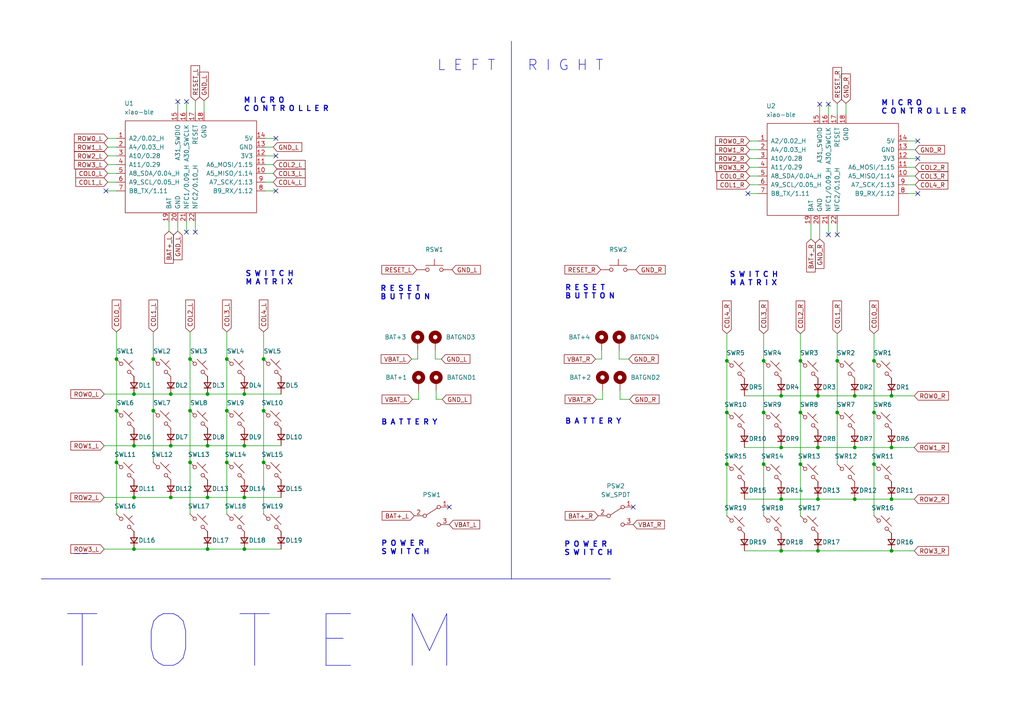
<source format=kicad_sch>
(kicad_sch (version 20231120) (generator "eeschema") (generator_version "8.0")
  (paper "A4")
  (title_block (title "TOTEM split keyboard") (date "2022-11-09") (rev "0.3") (comment 1 "made by GEIST"))
  (lib_symbols
    (symbol "Device:D_Small" (pin_numbers hide) (pin_names (offset 0.254) hide)
      (property "Reference" "D" (at -1.27 2.032 0))
      (property "Value" "D_Small" (at -3.81 -2.032 0))
      (symbol "D_Small_0_1"
        (polyline (pts (xy -0.762 -1.016) (xy -0.762 1.016)) (stroke (width 0.254)))
        (polyline (pts (xy -0.762 0) (xy 0.762 0)))
        (polyline (pts (xy 0.762 -1.016) (xy -0.762 0) (xy 0.762 1.016) (xy 0.762 -1.016)) (stroke (width 0.254)))
      )
      (symbol "D_Small_1_1"
        (pin passive line (at -2.54 0 0) (length 1.778) (name "K") (number "1"))
        (pin passive line (at 2.54 0 180) (length 1.778) (name "A") (number "2"))
      )
    )
    (symbol "Mechanical:MountingHole_Pad" (pin_numbers hide) (pin_names (offset 1.016) hide)
      (property "Reference" "H" (at 0 6.35 0))
      (property "Value" "MountingHole_Pad" (at 0 4.445 0))
      (symbol "MountingHole_Pad_0_1"
        (circle (center 0 1.27) (radius 1.27) (stroke (width 1.27)))
      )
      (symbol "MountingHole_Pad_1_1"
        (pin input line (at 0 -2.54 90) (length 2.54) (name "1") (number "1"))
      )
    )
    (symbol "Switch:SW_Omron_B3FS" (pin_numbers hide) (pin_names (offset 1.016) hide)
      (property "Reference" "SW" (at 1.27 2.54 0))
      (property "Value" "SW_Omron_B3FS" (at 0 -1.524 0))
      (symbol "SW_Omron_B3FS_0_1"
        (circle (center -2.032 0) (radius 0.508))
        (polyline (pts (xy 0 1.27) (xy 0 3.048)))
        (polyline (pts (xy 2.54 1.27) (xy -2.54 1.27)))
        (circle (center 2.032 0) (radius 0.508))
        (pin passive line (at -5.08 0 0) (length 2.54) (name "1") (number "1"))
        (pin passive line (at 5.08 0 180) (length 2.54) (name "2") (number "2"))
      )
    )
    (symbol "Switch:SW_Push_45deg" (pin_numbers hide) (pin_names (offset 1.016) hide)
      (property "Reference" "SW" (at 3.048 1.016 0))
      (property "Value" "SW_Push_45deg" (at 0 -3.81 0))
      (symbol "SW_Push_45deg_0_1"
        (circle (center -1.1684 1.1684) (radius 0.508))
        (polyline (pts (xy -0.508 2.54) (xy 2.54 -0.508)))
        (polyline (pts (xy 1.016 1.016) (xy 2.032 2.032)))
        (polyline (pts (xy -2.54 2.54) (xy -1.524 1.524) (xy -1.524 1.524)))
        (polyline (pts (xy 1.524 -1.524) (xy 2.54 -2.54) (xy 2.54 -2.54) (xy 2.54 -2.54)))
        (circle (center 1.143 -1.1938) (radius 0.508))
        (pin passive line (at -2.54 2.54 0) (length 0) (name "1") (number "1"))
        (pin passive line (at 2.54 -2.54 180) (length 0) (name "2") (number "2"))
      )
    )
    (symbol "Switch:SW_SPDT" (pin_names (offset 0) hide)
      (property "Reference" "SW" (at 0 4.318 0))
      (property "Value" "SW_SPDT" (at 0 -5.08 0))
      (symbol "SW_SPDT_0_0"
        (circle (center -2.032 0) (radius 0.508))
        (circle (center 2.032 -2.54) (radius 0.508))
      )
      (symbol "SW_SPDT_0_1"
        (polyline (pts (xy -1.524 0.254) (xy 1.651 2.286)))
        (circle (center 2.032 2.54) (radius 0.508))
      )
      (symbol "SW_SPDT_1_1"
        (pin passive line (at 5.08 2.54 180) (length 2.54) (name "A") (number "1"))
        (pin passive line (at -5.08 0 0) (length 2.54) (name "B") (number "2"))
        (pin passive line (at 5.08 -2.54 180) (length 2.54) (name "C") (number "3"))
      )
    )
    (symbol "mcu:xiao-ble" (pin_names (offset 1.016))
      (property "Reference" "U" (at -17.78 16.51 0))
      (property "Value" "xiao-ble" (at -15.24 13.97 0))
      (symbol "xiao-ble_0_1"
        (rectangle (start -19.05 12.7) (end 19.05 -13.97))
      )
      (symbol "xiao-ble_1_1"
        (pin bidirectional line (at -21.59 7.62 0) (length 2.54) (name "A2/0.02_H") (number "1"))
        (pin bidirectional line (at 21.59 -2.54 180) (length 2.54) (name "A5_MISO/1.14") (number "10"))
        (pin bidirectional line (at 21.59 0 180) (length 2.54) (name "A6_MOSI/1.15") (number "11"))
        (pin power_out line (at 21.59 2.54 180) (length 2.54) (name "3V3") (number "12"))
        (pin power_out line (at 21.59 5.08 180) (length 2.54) (name "GND") (number "13"))
        (pin power_out line (at 21.59 7.62 180) (length 2.54) (name "5V") (number "14"))
        (pin input line (at -3.81 15.24 270) (length 2.54) (name "A31_SWDIO") (number "15"))
        (pin input line (at -1.27 15.24 270) (length 2.54) (name "A30_SWCLK") (number "16"))
        (pin input line (at 1.27 15.24 270) (length 2.54) (name "RESET") (number "17"))
        (pin power_out line (at 3.81 15.24 270) (length 2.54) (name "GND") (number "18"))
        (pin bidirectional line (at -6.35 -16.51 90) (length 2.54) (name "BAT") (number "19"))
        (pin bidirectional line (at -21.59 5.08 0) (length 2.54) (name "A4/0.03_H") (number "2"))
        (pin power_out line (at -3.81 -16.51 90) (length 2.54) (name "GND") (number "20"))
        (pin bidirectional line (at -1.27 -16.51 90) (length 2.54) (name "NFC1/0.09_H") (number "21"))
        (pin bidirectional line (at 1.27 -16.51 90) (length 2.54) (name "NFC2/0.10_H") (number "22"))
        (pin bidirectional line (at -21.59 2.54 0) (length 2.54) (name "A10/0.28") (number "3"))
        (pin bidirectional line (at -21.59 0 0) (length 2.54) (name "A11/0.29") (number "4"))
        (pin bidirectional line (at -21.59 -2.54 0) (length 2.54) (name "A8_SDA/0.04_H") (number "5"))
        (pin bidirectional line (at -21.59 -5.08 0) (length 2.54) (name "A9_SCL/0.05_H") (number "6"))
        (pin bidirectional line (at -21.59 -7.62 0) (length 2.54) (name "B8_TX/1.11") (number "7"))
        (pin bidirectional line (at 21.59 -7.62 180) (length 2.54) (name "B9_RX/1.12") (number "8"))
        (pin bidirectional line (at 21.59 -5.08 180) (length 2.54) (name "A7_SCK/1.13") (number "9"))
      )
    )
  )
  (junction (at 33.782 104.14))
  (junction (at 33.782 134.112))
  (junction (at 226.568 129.794))
  (junction (at 49.53 114.3))
  (junction (at 44.45 119.126))
  (junction (at 55.118 119.126))
  (junction (at 70.866 129.286))
  (junction (at 226.568 144.78))
  (junction (at 226.568 159.766))
  (junction (at 237.236 114.808))
  (junction (at 49.53 144.272))
  (junction (at 38.862 159.258))
  (junction (at 232.156 119.634))
  (junction (at 258.572 144.78))
  (junction (at 76.454 104.14))
  (junction (at 70.866 144.272))
  (junction (at 221.488 119.634))
  (junction (at 237.236 159.766))
  (junction (at 247.904 144.78))
  (junction (at 76.454 119.126))
  (junction (at 44.45 104.14))
  (junction (at 70.866 114.3))
  (junction (at 210.82 134.62))
  (junction (at 232.156 134.62))
  (junction (at 55.118 104.14))
  (junction (at 247.904 129.794))
  (junction (at 242.824 104.648))
  (junction (at 60.198 144.272))
  (junction (at 38.862 144.272))
  (junction (at 232.156 104.648))
  (junction (at 247.904 114.808))
  (junction (at 210.82 104.648))
  (junction (at 65.786 104.14))
  (junction (at 60.198 114.3))
  (junction (at 60.198 159.258))
  (junction (at 258.572 129.794))
  (junction (at 49.53 129.286))
  (junction (at 33.782 119.126))
  (junction (at 258.572 114.808))
  (junction (at 70.866 159.258))
  (junction (at 237.236 129.794))
  (junction (at 221.488 134.62))
  (junction (at 55.118 134.112))
  (junction (at 258.572 159.766))
  (junction (at 253.492 119.634))
  (junction (at 242.824 119.634))
  (junction (at 38.862 129.286))
  (junction (at 65.786 119.126))
  (junction (at 76.454 134.112))
  (junction (at 253.492 134.62))
  (junction (at 65.786 134.112))
  (junction (at 226.568 114.808))
  (junction (at 60.198 129.286))
  (junction (at 237.236 144.78))
  (junction (at 38.862 114.3))
  (junction (at 253.492 104.648))
  (junction (at 221.488 104.648))
  (junction (at 210.82 119.634))
  (no_connect (at 266.192 56.134))
  (no_connect (at 237.744 30.226))
  (no_connect (at 240.284 30.226))
  (no_connect (at 30.734 55.372))
  (no_connect (at 80.01 55.372))
  (no_connect (at 54.102 67.31))
  (no_connect (at 56.642 67.31))
  (no_connect (at 183.642 147.066))
  (no_connect (at 54.102 29.464))
  (no_connect (at 51.562 29.464))
  (no_connect (at 266.192 45.974))
  (no_connect (at 216.916 56.134))
  (no_connect (at 266.192 40.894))
  (no_connect (at 80.01 45.212))
  (no_connect (at 80.01 40.132))
  (no_connect (at 130.302 147.066))
  (no_connect (at 242.824 68.072))
  (no_connect (at 240.284 68.072))
  (wire (pts (xy 215.9 144.78) (xy 226.568 144.78)))
  (wire (pts (xy 49.022 64.262) (xy 49.022 67.056)))
  (wire (pts (xy 217.424 40.894) (xy 219.964 40.894)))
  (wire (pts (xy 215.9 129.794) (xy 226.568 129.794)))
  (wire (pts (xy 179.578 104.14) (xy 182.372 104.14)))
  (wire (pts (xy 121.158 104.14) (xy 121.158 101.6)))
  (wire (pts (xy 119.38 104.14) (xy 121.158 104.14)))
  (wire (pts (xy 247.904 114.808) (xy 258.572 114.808)))
  (wire (pts (xy 179.832 113.284) (xy 179.832 115.824)))
  (wire (pts (xy 76.962 40.132) (xy 80.01 40.132)))
  (wire (pts (xy 253.492 96.774) (xy 253.492 104.648)))
  (wire (pts (xy 126.492 115.824) (xy 128.27 115.824)))
  (wire (pts (xy 126.492 113.284) (xy 126.492 115.824)))
  (wire (pts (xy 56.642 29.21) (xy 56.642 32.512)))
  (wire (pts (xy 65.786 104.14) (xy 65.786 119.126)))
  (wire (pts (xy 263.144 51.054) (xy 265.43 51.054)))
  (wire (pts (xy 240.284 65.024) (xy 240.284 68.072)))
  (wire (pts (xy 49.53 144.272) (xy 60.198 144.272)))
  (wire (pts (xy 210.82 96.774) (xy 210.82 104.648)))
  (wire (pts (xy 31.242 40.132) (xy 33.782 40.132)))
  (wire (pts (xy 70.866 129.286) (xy 81.534 129.286)))
  (wire (pts (xy 226.568 144.78) (xy 237.236 144.78)))
  (wire (pts (xy 210.82 134.62) (xy 210.82 149.606)))
  (wire (pts (xy 210.82 119.634) (xy 210.82 134.62)))
  (wire (pts (xy 237.236 114.808) (xy 247.904 114.808)))
  (wire (pts (xy 217.424 51.054) (xy 219.964 51.054)))
  (wire (pts (xy 65.786 119.126) (xy 65.786 134.112)))
  (wire (pts (xy 263.144 43.434) (xy 265.43 43.434)))
  (wire (pts (xy 55.118 134.112) (xy 55.118 149.098)))
  (wire (pts (xy 253.492 134.62) (xy 253.492 149.606)))
  (wire (pts (xy 38.862 129.286) (xy 49.53 129.286)))
  (wire (pts (xy 76.454 104.14) (xy 76.454 119.126)))
  (wire (pts (xy 242.824 104.648) (xy 242.824 119.634)))
  (wire (pts (xy 232.156 96.774) (xy 232.156 104.648)))
  (wire (pts (xy 126.238 104.14) (xy 128.016 104.14)))
  (wire (pts (xy 215.9 114.808) (xy 226.568 114.808)))
  (wire (pts (xy 33.782 134.112) (xy 33.782 149.098)))
  (wire (pts (xy 31.242 47.752) (xy 33.782 47.752)))
  (wire (pts (xy 54.102 29.464) (xy 54.102 32.512)))
  (wire (pts (xy 217.424 48.514) (xy 219.964 48.514)))
  (wire (pts (xy 30.226 129.286) (xy 38.862 129.286)))
  (wire (pts (xy 237.744 65.024) (xy 237.744 69.342)))
  (wire (pts (xy 76.962 52.832) (xy 79.248 52.832)))
  (wire (pts (xy 253.492 104.648) (xy 253.492 119.634)))
  (wire (pts (xy 174.498 104.14) (xy 174.498 101.6)))
  (wire (pts (xy 38.862 144.272) (xy 49.53 144.272)))
  (wire (pts (xy 51.562 29.464) (xy 51.562 32.512)))
  (polyline (pts (xy 21.59 160.528) (xy 25.4 160.528)) (stroke (width 0) (type dash)))
  (wire (pts (xy 76.962 45.212) (xy 80.01 45.212)))
  (wire (pts (xy 263.144 56.134) (xy 266.192 56.134)))
  (wire (pts (xy 263.144 40.894) (xy 266.192 40.894)))
  (wire (pts (xy 215.9 159.766) (xy 226.568 159.766)))
  (wire (pts (xy 70.866 114.3) (xy 81.534 114.3)))
  (wire (pts (xy 179.578 101.6) (xy 179.578 104.14)))
  (wire (pts (xy 258.572 129.794) (xy 265.176 129.794)))
  (wire (pts (xy 263.144 48.514) (xy 265.43 48.514)))
  (wire (pts (xy 242.824 119.634) (xy 242.824 134.62)))
  (wire (pts (xy 33.782 96.266) (xy 33.782 104.14)))
  (wire (pts (xy 76.454 96.266) (xy 76.454 104.14)))
  (wire (pts (xy 232.156 119.634) (xy 232.156 134.62)))
  (wire (pts (xy 38.862 159.258) (xy 60.198 159.258)))
  (wire (pts (xy 258.572 144.78) (xy 265.176 144.78)))
  (wire (pts (xy 31.242 45.212) (xy 33.782 45.212)))
  (wire (pts (xy 237.236 159.766) (xy 258.572 159.766)))
  (wire (pts (xy 65.786 96.266) (xy 65.786 104.14)))
  (wire (pts (xy 76.454 134.112) (xy 76.454 149.098)))
  (wire (pts (xy 119.634 115.824) (xy 121.412 115.824)))
  (wire (pts (xy 221.488 104.648) (xy 221.488 119.634)))
  (wire (pts (xy 263.144 45.974) (xy 266.192 45.974)))
  (wire (pts (xy 242.824 96.774) (xy 242.824 104.648)))
  (wire (pts (xy 242.824 65.024) (xy 242.824 68.072)))
  (wire (pts (xy 226.568 159.766) (xy 237.236 159.766)))
  (wire (pts (xy 221.488 134.62) (xy 221.488 149.606)))
  (wire (pts (xy 172.72 104.14) (xy 174.498 104.14)))
  (wire (pts (xy 126.238 101.6) (xy 126.238 104.14)))
  (wire (pts (xy 237.236 144.78) (xy 247.904 144.78)))
  (wire (pts (xy 245.364 29.972) (xy 245.364 33.274)))
  (polyline (pts (xy 148.336 11.938) (xy 148.336 167.894)) (stroke (width 0) (type solid)))
  (wire (pts (xy 121.412 115.824) (xy 121.412 113.284)))
  (wire (pts (xy 30.226 114.3) (xy 38.862 114.3)))
  (wire (pts (xy 76.454 119.126) (xy 76.454 134.112)))
  (wire (pts (xy 258.572 159.766) (xy 265.176 159.766)))
  (wire (pts (xy 59.182 29.21) (xy 59.182 32.512)))
  (wire (pts (xy 49.53 129.286) (xy 60.198 129.286)))
  (wire (pts (xy 219.964 56.134) (xy 216.916 56.134)))
  (wire (pts (xy 31.242 50.292) (xy 33.782 50.292)))
  (wire (pts (xy 258.572 114.808) (xy 265.176 114.808)))
  (polyline (pts (xy 11.938 167.894) (xy 177.038 167.894)) (stroke (width 0) (type solid)))
  (wire (pts (xy 60.198 144.272) (xy 70.866 144.272)))
  (wire (pts (xy 242.824 29.972) (xy 242.824 33.274)))
  (wire (pts (xy 172.974 115.824) (xy 174.752 115.824)))
  (wire (pts (xy 247.904 129.794) (xy 258.572 129.794)))
  (wire (pts (xy 237.744 30.226) (xy 237.744 33.274)))
  (wire (pts (xy 226.568 114.808) (xy 237.236 114.808)))
  (wire (pts (xy 56.642 64.262) (xy 56.642 67.31)))
  (wire (pts (xy 49.53 114.3) (xy 60.198 114.3)))
  (wire (pts (xy 60.198 129.286) (xy 70.866 129.286)))
  (wire (pts (xy 232.156 134.62) (xy 232.156 149.606)))
  (wire (pts (xy 263.144 53.594) (xy 265.43 53.594)))
  (wire (pts (xy 44.45 104.14) (xy 44.45 119.126)))
  (wire (pts (xy 217.424 53.594) (xy 219.964 53.594)))
  (wire (pts (xy 44.45 119.126) (xy 44.45 134.112)))
  (wire (pts (xy 237.236 129.794) (xy 247.904 129.794)))
  (wire (pts (xy 44.45 96.266) (xy 44.45 104.14)))
  (wire (pts (xy 33.782 55.372) (xy 30.734 55.372)))
  (wire (pts (xy 38.862 114.3) (xy 49.53 114.3)))
  (wire (pts (xy 55.118 119.126) (xy 55.118 134.112)))
  (wire (pts (xy 217.424 43.434) (xy 219.964 43.434)))
  (wire (pts (xy 221.488 119.634) (xy 221.488 134.62)))
  (wire (pts (xy 65.786 134.112) (xy 65.786 149.098)))
  (wire (pts (xy 76.962 47.752) (xy 79.248 47.752)))
  (wire (pts (xy 174.752 115.824) (xy 174.752 113.284)))
  (wire (pts (xy 240.284 30.226) (xy 240.284 33.274)))
  (wire (pts (xy 60.198 159.258) (xy 70.866 159.258)))
  (wire (pts (xy 210.82 104.648) (xy 210.82 119.634)))
  (wire (pts (xy 31.242 52.832) (xy 33.782 52.832)))
  (wire (pts (xy 247.904 144.78) (xy 258.572 144.78)))
  (wire (pts (xy 221.488 96.774) (xy 221.488 104.648)))
  (wire (pts (xy 30.226 144.272) (xy 38.862 144.272)))
  (wire (pts (xy 76.962 42.672) (xy 79.248 42.672)))
  (wire (pts (xy 31.242 42.672) (xy 33.782 42.672)))
  (wire (pts (xy 232.156 104.648) (xy 232.156 119.634)))
  (wire (pts (xy 70.866 159.258) (xy 81.534 159.258)))
  (wire (pts (xy 235.204 65.024) (xy 235.204 69.342)))
  (wire (pts (xy 55.118 104.14) (xy 55.118 119.126)))
  (wire (pts (xy 33.782 104.14) (xy 33.782 119.126)))
  (wire (pts (xy 54.102 64.262) (xy 54.102 67.31)))
  (wire (pts (xy 55.118 96.266) (xy 55.118 104.14)))
  (wire (pts (xy 179.832 115.824) (xy 182.626 115.824)))
  (wire (pts (xy 60.198 114.3) (xy 70.866 114.3)))
  (wire (pts (xy 76.962 50.292) (xy 79.248 50.292)))
  (wire (pts (xy 76.962 55.372) (xy 80.01 55.372)))
  (wire (pts (xy 51.562 64.262) (xy 51.562 67.056)))
  (wire (pts (xy 30.226 159.258) (xy 38.862 159.258)))
  (wire (pts (xy 33.782 119.126) (xy 33.782 134.112)))
  (wire (pts (xy 217.424 45.974) (xy 219.964 45.974)))
  (wire (pts (xy 253.492 119.634) (xy 253.492 134.62)))
  (wire (pts (xy 70.866 144.272) (xy 81.534 144.272)))
  (wire (pts (xy 226.568 129.794) (xy 237.236 129.794)))
  (text "M I C R O \nC O N T R O L L E R" (at 255.524 33.274 0) (effects (font (size 1.5 1.5) (thickness 0.3) (bold yes)) (justify left bottom)))
  (text "R E S E T \nB U T T O N" (at 110.236 87.122 0) (effects (font (size 1.5 1.5) (thickness 0.3) (bold yes)) (justify left bottom)))
  (text "S W I T C H\nM A T R I X" (at 71.12 82.804 0) (effects (font (size 1.5 1.5) (thickness 0.3) (bold yes)) (justify left bottom)))
  (text "P O W E R\nS W I T C H" (at 110.49 161.036 0) (effects (font (size 1.5 1.5) (thickness 0.3) (bold yes)) (justify left bottom)))
  (text "R E S E T \nB U T T O N" (at 163.83 86.868 0) (effects (font (size 1.5 1.5) (thickness 0.3) (bold yes)) (justify left bottom)))
  (text "T O T E M" (at 18.034 195.072 0) (effects (font (size 15 15)) (justify left bottom)))
  (text "S W I T C H\nM A T R I X" (at 211.582 83.058 0) (effects (font (size 1.5 1.5) (thickness 0.3) (bold yes)) (justify left bottom)))
  (text "B A T T E R Y" (at 110.49 123.444 0) (effects (font (size 1.5 1.5) (thickness 0.3) (bold yes)) (justify left bottom)))
  (text "P O W E R\nS W I T C H" (at 163.576 161.29 0) (effects (font (size 1.5 1.5) (thickness 0.3) (bold yes)) (justify left bottom)))
  (text "R I G H T" (at 152.908 20.828 0) (effects (font (size 3 3)) (justify left bottom)))
  (text "B A T T E R Y" (at 163.83 123.19 0) (effects (font (size 1.5 1.5) (thickness 0.3) (bold yes)) (justify left bottom)))
  (text "L E F T" (at 143.764 20.828 0) (effects (font (size 3 3)) (justify right bottom)))
  (text "M I C R O \nC O N T R O L L E R" (at 70.612 32.512 0) (effects (font (size 1.5 1.5) (thickness 0.3) (bold yes)) (justify left bottom)))
  (global_label "GND_L" (shape input) (at 131.064 78.232 0) (property "Intersheetrefs" "${INTERSHEET_REFS}" (effects (hide yes))))
  (global_label "ROW3_R" (shape input) (at 265.176 159.766 0) (property "Intersheetrefs" "${INTERSHEET_REFS}" (effects (hide yes))))
  (global_label "GND_R" (shape input) (at 265.43 43.434 0) (property "Intersheetrefs" "${INTERSHEET_REFS}" (effects (hide yes))))
  (global_label "COL3_L" (shape input) (at 65.786 96.266 90) (property "Intersheetrefs" "${INTERSHEET_REFS}" (effects (hide yes))))
  (global_label "COL4_L" (shape input) (at 76.454 96.266 90) (property "Intersheetrefs" "${INTERSHEET_REFS}" (effects (hide yes))))
  (global_label "ROW0_R" (shape input) (at 265.176 114.808 0) (property "Intersheetrefs" "${INTERSHEET_REFS}" (effects (hide yes))))
  (global_label "GND_L" (shape input) (at 128.016 104.14 0) (property "Intersheetrefs" "${INTERSHEET_REFS}" (effects (hide yes))))
  (global_label "COL1_L" (shape input) (at 44.45 96.266 90) (property "Intersheetrefs" "${INTERSHEET_REFS}" (effects (hide yes))))
  (global_label "GND_L" (shape input) (at 59.182 29.21 90) (property "Intersheetrefs" "${INTERSHEET_REFS}" (effects (hide yes))))
  (global_label "COL2_R" (shape input) (at 232.156 96.774 90) (property "Intersheetrefs" "${INTERSHEET_REFS}" (effects (hide yes))))
  (global_label "GND_L" (shape input) (at 79.248 42.672 0) (property "Intersheetrefs" "${INTERSHEET_REFS}" (effects (hide yes))))
  (global_label "BAT+_L" (shape input) (at 120.142 149.606 180) (property "Intersheetrefs" "${INTERSHEET_REFS}" (effects (hide yes))))
  (global_label "ROW0_R" (shape input) (at 217.424 40.894 180) (property "Intersheetrefs" "${INTERSHEET_REFS}" (effects (hide yes))))
  (global_label "COL0_R" (shape input) (at 217.424 51.054 180) (property "Intersheetrefs" "${INTERSHEET_REFS}" (effects (hide yes))))
  (global_label "COL4_R" (shape input) (at 265.43 53.594 0) (property "Intersheetrefs" "${INTERSHEET_REFS}" (effects (hide yes))))
  (global_label "RESET_R" (shape input) (at 242.824 29.972 90) (property "Intersheetrefs" "${INTERSHEET_REFS}" (effects (hide yes))))
  (global_label "RESET_R" (shape input) (at 174.244 78.232 180) (property "Intersheetrefs" "${INTERSHEET_REFS}" (effects (hide yes))))
  (global_label "ROW3_L" (shape input) (at 30.226 159.258 180) (property "Intersheetrefs" "${INTERSHEET_REFS}" (effects (hide yes))))
  (global_label "VBAT_R" (shape input) (at 183.642 152.146 0) (property "Intersheetrefs" "${INTERSHEET_REFS}" (effects (hide yes))))
  (global_label "GND_L" (shape input) (at 51.562 67.056 270) (property "Intersheetrefs" "${INTERSHEET_REFS}" (effects (hide yes))))
  (global_label "RESET_L" (shape input) (at 120.904 78.232 180) (property "Intersheetrefs" "${INTERSHEET_REFS}" (effects (hide yes))))
  (global_label "VBAT_R" (shape input) (at 172.974 115.824 180) (property "Intersheetrefs" "${INTERSHEET_REFS}" (effects (hide yes))))
  (global_label "BAT+_L" (shape input) (at 49.022 67.056 270) (property "Intersheetrefs" "${INTERSHEET_REFS}" (effects (hide yes))))
  (global_label "COL1_R" (shape input) (at 217.424 53.594 180) (property "Intersheetrefs" "${INTERSHEET_REFS}" (effects (hide yes))))
  (global_label "ROW3_R" (shape input) (at 217.424 48.514 180) (property "Intersheetrefs" "${INTERSHEET_REFS}" (effects (hide yes))))
  (global_label "BAT+_R" (shape input) (at 173.482 149.606 180) (property "Intersheetrefs" "${INTERSHEET_REFS}" (effects (hide yes))))
  (global_label "ROW0_L" (shape input) (at 30.226 114.3 180) (property "Intersheetrefs" "${INTERSHEET_REFS}" (effects (hide yes))))
  (global_label "GND_L" (shape input) (at 128.27 115.824 0) (property "Intersheetrefs" "${INTERSHEET_REFS}" (effects (hide yes))))
  (global_label "VBAT_L" (shape input) (at 119.634 115.824 180) (property "Intersheetrefs" "${INTERSHEET_REFS}" (effects (hide yes))))
  (global_label "ROW1_R" (shape input) (at 265.176 129.794 0) (property "Intersheetrefs" "${INTERSHEET_REFS}" (effects (hide yes))))
  (global_label "BAT+_R" (shape input) (at 235.204 69.342 270) (property "Intersheetrefs" "${INTERSHEET_REFS}" (effects (hide yes))))
  (global_label "GND_R" (shape input) (at 182.626 115.824 0) (property "Intersheetrefs" "${INTERSHEET_REFS}" (effects (hide yes))))
  (global_label "GND_R" (shape input) (at 184.404 78.232 0) (property "Intersheetrefs" "${INTERSHEET_REFS}" (effects (hide yes))))
  (global_label "COL0_L" (shape input) (at 33.782 96.266 90) (property "Intersheetrefs" "${INTERSHEET_REFS}" (effects (hide yes))))
  (global_label "GND_R" (shape input) (at 182.372 104.14 0) (property "Intersheetrefs" "${INTERSHEET_REFS}" (effects (hide yes))))
  (global_label "ROW3_L" (shape input) (at 31.242 47.752 180) (property "Intersheetrefs" "${INTERSHEET_REFS}" (effects (hide yes))))
  (global_label "COL3_R" (shape input) (at 265.43 51.054 0) (property "Intersheetrefs" "${INTERSHEET_REFS}" (effects (hide yes))))
  (global_label "VBAT_R" (shape input) (at 172.72 104.14 180) (property "Intersheetrefs" "${INTERSHEET_REFS}" (effects (hide yes))))
  (global_label "COL4_R" (shape input) (at 210.82 96.774 90) (property "Intersheetrefs" "${INTERSHEET_REFS}" (effects (hide yes))))
  (global_label "RESET_L" (shape input) (at 56.642 29.21 90) (property "Intersheetrefs" "${INTERSHEET_REFS}" (effects (hide yes))))
  (global_label "COL3_R" (shape input) (at 221.488 96.774 90) (property "Intersheetrefs" "${INTERSHEET_REFS}" (effects (hide yes))))
  (global_label "ROW1_L" (shape input) (at 30.226 129.286 180) (property "Intersheetrefs" "${INTERSHEET_REFS}" (effects (hide yes))))
  (global_label "ROW2_L" (shape input) (at 31.242 45.212 180) (property "Intersheetrefs" "${INTERSHEET_REFS}" (effects (hide yes))))
  (global_label "GND_R" (shape input) (at 237.744 69.342 270) (property "Intersheetrefs" "${INTERSHEET_REFS}" (effects (hide yes))))
  (global_label "COL2_R" (shape input) (at 265.43 48.514 0) (property "Intersheetrefs" "${INTERSHEET_REFS}" (effects (hide yes))))
  (global_label "GND_R" (shape input) (at 245.364 29.972 90) (property "Intersheetrefs" "${INTERSHEET_REFS}" (effects (hide yes))))
  (global_label "VBAT_L" (shape input) (at 119.38 104.14 180) (property "Intersheetrefs" "${INTERSHEET_REFS}" (effects (hide yes))))
  (global_label "VBAT_L" (shape input) (at 130.302 152.146 0) (property "Intersheetrefs" "${INTERSHEET_REFS}" (effects (hide yes))))
  (global_label "ROW1_L" (shape input) (at 31.242 42.672 180) (property "Intersheetrefs" "${INTERSHEET_REFS}" (effects (hide yes))))
  (global_label "COL1_R" (shape input) (at 242.824 96.774 90) (property "Intersheetrefs" "${INTERSHEET_REFS}" (effects (hide yes))))
  (global_label "COL0_L" (shape input) (at 31.242 50.292 180) (property "Intersheetrefs" "${INTERSHEET_REFS}" (effects (hide yes))))
  (global_label "COL2_L" (shape input) (at 79.248 47.752 0) (property "Intersheetrefs" "${INTERSHEET_REFS}" (effects (hide yes))))
  (global_label "ROW1_R" (shape input) (at 217.424 43.434 180) (property "Intersheetrefs" "${INTERSHEET_REFS}" (effects (hide yes))))
  (global_label "ROW2_R" (shape input) (at 265.176 144.78 0) (property "Intersheetrefs" "${INTERSHEET_REFS}" (effects (hide yes))))
  (global_label "COL0_R" (shape input) (at 253.492 96.774 90) (property "Intersheetrefs" "${INTERSHEET_REFS}" (effects (hide yes))))
  (global_label "COL3_L" (shape input) (at 79.248 50.292 0) (property "Intersheetrefs" "${INTERSHEET_REFS}" (effects (hide yes))))
  (global_label "COL2_L" (shape input) (at 55.118 96.266 90) (property "Intersheetrefs" "${INTERSHEET_REFS}" (effects (hide yes))))
  (global_label "ROW2_L" (shape input) (at 30.226 144.272 180) (property "Intersheetrefs" "${INTERSHEET_REFS}" (effects (hide yes))))
  (global_label "COL4_L" (shape input) (at 79.248 52.832 0) (property "Intersheetrefs" "${INTERSHEET_REFS}" (effects (hide yes))))
  (global_label "ROW0_L" (shape input) (at 31.242 40.132 180) (property "Intersheetrefs" "${INTERSHEET_REFS}" (effects (hide yes))))
  (global_label "COL1_L" (shape input) (at 31.242 52.832 180) (property "Intersheetrefs" "${INTERSHEET_REFS}" (effects (hide yes))))
  (global_label "ROW2_R" (shape input) (at 217.424 45.974 180) (property "Intersheetrefs" "${INTERSHEET_REFS}" (effects (hide yes))))
  (symbol (lib_id "Device:D_Small") (at 81.534 156.718 90) (unit 1)
    (property "Reference" "DL19" (at 82.804 156.718 90) (effects (justify right)))
    (property "Value" "D_Small" (effects (hide yes)))
    (property "Footprint" "TOTEMlib:Diode_SOD123" (effects (hide yes)))
  )
  (symbol (lib_id "Switch:SW_Push_45deg") (at 245.364 107.188 0) (unit 1)
    (property "Reference" "SWR2" (at 245.364 102.362 0))
    (property "Value" "SW_Push_45deg" (effects (hide yes)))
    (property "Footprint" "TOTEMlib:Kailh_socket_PG1350_optional" (effects (hide yes)))
  )
  (symbol (lib_id "Switch:SW_Push_45deg") (at 57.658 151.638 0) (unit 1)
    (property "Reference" "SWL17" (at 57.658 146.812 0))
    (property "Value" "SW_Push_45deg" (effects (hide yes)))
    (property "Footprint" "TOTEMlib:Kailh_socket_PG1350_optional" (effects (hide yes)))
  )
  (symbol (lib_id "Switch:SW_Push_45deg") (at 36.322 151.638 0) (unit 1)
    (property "Reference" "SWL16" (at 36.322 146.812 0))
    (property "Value" "SW_Push_45deg" (effects (hide yes)))
    (property "Footprint" "TOTEMlib:Kailh_socket_PG1350_optional" (effects (hide yes)))
  )
  (symbol (lib_id "Switch:SW_Push_45deg") (at 256.032 152.146 0) (unit 1)
    (property "Reference" "SWR16" (at 256.032 147.32 0))
    (property "Value" "SW_Push_45deg" (effects (hide yes)))
    (property "Footprint" "TOTEMlib:Kailh_socket_PG1350_optional" (effects (hide yes)))
  )
  (symbol (lib_id "Switch:SW_SPDT") (at 125.222 149.606 0) (unit 1)
    (property "Reference" "PSW1" (at 125.222 143.51 0))
    (property "Value" "SW_SPDT" (effects (hide yes)))
    (property "Footprint" "TOTEMlib:MSK12C02" (effects (hide yes)))
  )
  (symbol (lib_id "Switch:SW_Push_45deg") (at 68.326 106.68 0) (unit 1)
    (property "Reference" "SWL4" (at 68.326 101.854 0))
    (property "Value" "SW_Push_45deg" (effects (hide yes)))
    (property "Footprint" "TOTEMlib:Kailh_socket_PG1350_optional" (effects (hide yes)))
  )
  (symbol (lib_id "Device:D_Small") (at 258.572 127.254 90) (unit 1)
    (property "Reference" "DR6" (at 259.842 127.254 90) (effects (justify right)))
    (property "Value" "D_Small" (effects (hide yes)))
    (property "Footprint" "TOTEMlib:Diode_SOD123" (effects (hide yes)))
  )
  (symbol (lib_id "Mechanical:MountingHole_Pad") (at 121.412 110.744 0) (unit 1)
    (property "Reference" "BAT+1" (at 118.11 109.474 0) (effects (justify right)))
    (property "Value" "+" (effects (hide yes)))
    (property "Footprint" "TOTEMlib:BatteryPad" (effects (hide yes)))
  )
  (symbol (lib_id "Switch:SW_Push_45deg") (at 234.696 107.188 0) (unit 1)
    (property "Reference" "SWR3" (at 234.696 102.362 0))
    (property "Value" "SW_Push_45deg" (effects (hide yes)))
    (property "Footprint" "TOTEMlib:Kailh_socket_PG1350_optional" (effects (hide yes)))
  )
  (symbol (lib_id "Switch:SW_Push_45deg") (at 57.658 106.68 0) (unit 1)
    (property "Reference" "SWL3" (at 57.658 101.854 0))
    (property "Value" "SW_Push_45deg" (effects (hide yes)))
    (property "Footprint" "TOTEMlib:Kailh_socket_PG1350_optional" (effects (hide yes)))
  )
  (symbol (lib_id "Switch:SW_SPDT") (at 178.562 149.606 0) (unit 1)
    (property "Reference" "PSW2" (at 178.562 140.97 0))
    (property "Value" "SW_SPDT" (at 178.562 143.51 0))
    (property "Footprint" "TOTEMlib:MSK12C02" (effects (hide yes)))
  )
  (symbol (lib_id "Mechanical:MountingHole_Pad") (at 126.492 110.744 0) (unit 1)
    (property "Reference" "BATGND1" (at 129.54 109.474 0) (effects (justify left)))
    (property "Value" "-" (effects (hide yes)))
    (property "Footprint" "TOTEMlib:BatteryPad" (effects (hide yes)))
  )
  (symbol (lib_id "Device:D_Small") (at 215.9 112.268 90) (unit 1)
    (property "Reference" "DR5" (at 217.17 112.268 90) (effects (justify right)))
    (property "Value" "D_Small" (effects (hide yes)))
    (property "Footprint" "TOTEMlib:Diode_SOD123" (effects (hide yes)))
  )
  (symbol (lib_id "Switch:SW_Push_45deg") (at 213.36 122.174 0) (unit 1)
    (property "Reference" "SWR10" (at 213.36 117.348 0))
    (property "Value" "SW_Push_45deg" (effects (hide yes)))
    (property "Footprint" "TOTEMlib:Kailh_socket_PG1350_optional" (effects (hide yes)))
  )
  (symbol (lib_id "Switch:SW_Omron_B3FS") (at 125.984 78.232 0) (unit 1)
    (property "Reference" "RSW1" (at 125.984 72.39 0))
    (property "Value" "SW_Push" (effects (hide yes)))
    (property "Footprint" "Button_Switch_THT:SW_PUSH_6mm_H5mm" (effects (hide yes)))
    (property "Datasheet" "https://omronfs.omron.com/en_US/ecb/products/pdf/en-b3fs.pdf" (effects (hide yes)))
    (property "Description" "Omron B3FS 6x6mm single pole normally-open tactile switch" (effects (hide yes)))
  )
  (symbol (lib_id "Switch:SW_Push_45deg") (at 245.364 137.16 0) (unit 1)
    (property "Reference" "SWR12" (at 245.364 132.334 0))
    (property "Value" "SW_Push_45deg" (effects (hide yes)))
    (property "Footprint" "TOTEMlib:Kailh_socket_PG1350_optional" (effects (hide yes)))
  )
  (symbol (lib_id "Switch:SW_Push_45deg") (at 234.696 122.174 0) (unit 1)
    (property "Reference" "SWR8" (at 234.696 117.348 0))
    (property "Value" "SW_Push_45deg" (effects (hide yes)))
    (property "Footprint" "TOTEMlib:Kailh_socket_PG1350_optional" (effects (hide yes)))
  )
  (symbol (lib_id "Switch:SW_Push_45deg") (at 46.99 121.666 0) (unit 1)
    (property "Reference" "SWL7" (at 46.99 116.84 0))
    (property "Value" "SW_Push_45deg" (effects (hide yes)))
    (property "Footprint" "TOTEMlib:Kailh_socket_PG1350_optional" (effects (hide yes)))
  )
  (symbol (lib_id "mcu:xiao-ble") (at 55.372 47.752 0) (unit 1)
    (property "Reference" "U1" (at 36.068 29.972 0) (effects (justify left)))
    (property "Value" "xiao-ble" (at 36.068 32.512 0) (effects (justify left)))
    (property "Footprint" "TOTEMlib:xiao-ble-smd-cutout" (effects (hide yes)))
  )
  (symbol (lib_id "Device:D_Small") (at 226.568 142.24 90) (unit 1)
    (property "Reference" "DR14" (at 227.838 142.24 90) (effects (justify right)))
    (property "Value" "D_Small" (effects (hide yes)))
    (property "Footprint" "TOTEMlib:Diode_SOD123" (effects (hide yes)))
  )
  (symbol (lib_id "Switch:SW_Push_45deg") (at 234.696 137.16 0) (unit 1)
    (property "Reference" "SWR13" (at 234.696 132.334 0))
    (property "Value" "SW_Push_45deg" (effects (hide yes)))
    (property "Footprint" "TOTEMlib:Kailh_socket_PG1350_optional" (effects (hide yes)))
  )
  (symbol (lib_id "Device:D_Small") (at 38.862 111.76 90) (unit 1)
    (property "Reference" "DL1" (at 40.132 111.76 90) (effects (justify right)))
    (property "Value" "D_Small" (effects (hide yes)))
    (property "Footprint" "TOTEMlib:Diode_SOD123" (effects (hide yes)))
  )
  (symbol (lib_id "Device:D_Small") (at 258.572 157.226 90) (unit 1)
    (property "Reference" "DR16" (at 259.842 157.226 90) (effects (justify right)))
    (property "Value" "D_Small" (effects (hide yes)))
    (property "Footprint" "TOTEMlib:Diode_SOD123" (effects (hide yes)))
  )
  (symbol (lib_id "Mechanical:MountingHole_Pad") (at 126.238 99.06 0) (unit 1)
    (property "Reference" "BATGND3" (at 129.286 97.79 0) (effects (justify left)))
    (property "Value" "-" (effects (hide yes)))
    (property "Footprint" "TOTEMlib:BatteryPad" (effects (hide yes)))
  )
  (symbol (lib_id "Switch:SW_Push_45deg") (at 213.36 107.188 0) (unit 1)
    (property "Reference" "SWR5" (at 213.36 102.362 0))
    (property "Value" "SW_Push_45deg" (effects (hide yes)))
    (property "Footprint" "TOTEMlib:Kailh_socket_PG1350_optional" (effects (hide yes)))
  )
  (symbol (lib_id "Device:D_Small") (at 49.53 111.76 90) (unit 1)
    (property "Reference" "DL2" (at 50.8 111.76 90) (effects (justify right)))
    (property "Value" "D_Small" (effects (hide yes)))
    (property "Footprint" "TOTEMlib:Diode_SOD123" (effects (hide yes)))
  )
  (symbol (lib_id "Switch:SW_Push_45deg") (at 57.658 121.666 0) (unit 1)
    (property "Reference" "SWL8" (at 57.658 116.84 0))
    (property "Value" "SW_Push_45deg" (effects (hide yes)))
    (property "Footprint" "TOTEMlib:Kailh_socket_PG1350_optional" (effects (hide yes)))
  )
  (symbol (lib_id "Switch:SW_Push_45deg") (at 68.326 136.652 0) (unit 1)
    (property "Reference" "SWL14" (at 68.326 131.826 0))
    (property "Value" "SW_Push_45deg" (effects (hide yes)))
    (property "Footprint" "TOTEMlib:Kailh_socket_PG1350_optional" (effects (hide yes)))
  )
  (symbol (lib_id "Device:D_Small") (at 70.866 141.732 90) (unit 1)
    (property "Reference" "DL14" (at 72.136 141.732 90) (effects (justify right)))
    (property "Value" "D_Small" (effects (hide yes)))
    (property "Footprint" "TOTEMlib:Diode_SOD123" (effects (hide yes)))
  )
  (symbol (lib_id "Device:D_Small") (at 215.9 142.24 90) (unit 1)
    (property "Reference" "DR15" (at 217.17 142.24 90) (effects (justify right)))
    (property "Value" "D_Small" (effects (hide yes)))
    (property "Footprint" "TOTEMlib:Diode_SOD123" (effects (hide yes)))
  )
  (symbol (lib_id "Switch:SW_Push_45deg") (at 78.994 151.638 0) (unit 1)
    (property "Reference" "SWL19" (at 78.994 146.812 0))
    (property "Value" "SW_Push_45deg" (effects (hide yes)))
    (property "Footprint" "TOTEMlib:Kailh_socket_PG1350_optional" (effects (hide yes)))
  )
  (symbol (lib_id "Switch:SW_Push_45deg") (at 213.36 152.146 0) (unit 1)
    (property "Reference" "SWR19" (at 213.36 147.32 0))
    (property "Value" "SW_Push_45deg" (effects (hide yes)))
    (property "Footprint" "TOTEMlib:Kailh_socket_PG1350_optional" (effects (hide yes)))
  )
  (symbol (lib_id "Switch:SW_Push_45deg") (at 234.696 152.146 0) (unit 1)
    (property "Reference" "SWR17" (at 234.696 147.32 0))
    (property "Value" "SW_Push_45deg" (effects (hide yes)))
    (property "Footprint" "TOTEMlib:Kailh_socket_PG1350_optional" (effects (hide yes)))
  )
  (symbol (lib_id "Mechanical:MountingHole_Pad") (at 179.578 99.06 0) (unit 1)
    (property "Reference" "BATGND4" (at 182.626 97.79 0) (effects (justify left)))
    (property "Value" "-" (effects (hide yes)))
    (property "Footprint" "TOTEMlib:BatteryPad" (effects (hide yes)))
  )
  (symbol (lib_id "Switch:SW_Push_45deg") (at 245.364 122.174 0) (unit 1)
    (property "Reference" "SWR7" (at 245.364 117.348 0))
    (property "Value" "SW_Push_45deg" (effects (hide yes)))
    (property "Footprint" "TOTEMlib:Kailh_socket_PG1350_optional" (effects (hide yes)))
  )
  (symbol (lib_id "Switch:SW_Push_45deg") (at 36.322 106.68 0) (unit 1)
    (property "Reference" "SWL1" (at 36.322 101.854 0))
    (property "Value" "SW_Push_45deg" (effects (hide yes)))
    (property "Footprint" "TOTEMlib:Kailh_socket_PG1350_optional" (effects (hide yes)))
  )
  (symbol (lib_id "Device:D_Small") (at 81.534 111.76 90) (unit 1)
    (property "Reference" "DL5" (at 82.804 111.76 90) (effects (justify right)))
    (property "Value" "D_Small" (effects (hide yes)))
    (property "Footprint" "TOTEMlib:Diode_SOD123" (effects (hide yes)))
  )
  (symbol (lib_id "Device:D_Small") (at 226.568 112.268 90) (unit 1)
    (property "Reference" "DR4" (at 227.838 112.268 90) (effects (justify right)))
    (property "Value" "D_Small" (effects (hide yes)))
    (property "Footprint" "TOTEMlib:Diode_SOD123" (effects (hide yes)))
  )
  (symbol (lib_id "Device:D_Small") (at 237.236 142.24 90) (unit 1)
    (property "Reference" "DR13" (at 238.506 142.24 90) (effects (justify right)))
    (property "Value" "D_Small" (effects (hide yes)))
    (property "Footprint" "TOTEMlib:Diode_SOD123" (effects (hide yes)))
  )
  (symbol (lib_id "Mechanical:MountingHole_Pad") (at 179.832 110.744 0) (unit 1)
    (property "Reference" "BATGND2" (at 182.88 109.474 0) (effects (justify left)))
    (property "Value" "-" (effects (hide yes)))
    (property "Footprint" "TOTEMlib:BatteryPad" (effects (hide yes)))
  )
  (symbol (lib_id "Mechanical:MountingHole_Pad") (at 121.158 99.06 0) (unit 1)
    (property "Reference" "BAT+3" (at 117.856 97.79 0) (effects (justify right)))
    (property "Value" "+" (effects (hide yes)))
    (property "Footprint" "TOTEMlib:BatteryPad" (effects (hide yes)))
  )
  (symbol (lib_id "Switch:SW_Push_45deg") (at 68.326 121.666 0) (unit 1)
    (property "Reference" "SWL9" (at 68.326 116.84 0))
    (property "Value" "SW_Push_45deg" (effects (hide yes)))
    (property "Footprint" "TOTEMlib:Kailh_socket_PG1350_optional" (effects (hide yes)))
  )
  (symbol (lib_id "Switch:SW_Push_45deg") (at 78.994 106.68 0) (unit 1)
    (property "Reference" "SWL5" (at 78.994 101.854 0))
    (property "Value" "SW_Push_45deg" (effects (hide yes)))
    (property "Footprint" "TOTEMlib:Kailh_socket_PG1350_optional" (effects (hide yes)))
  )
  (symbol (lib_id "Switch:SW_Push_45deg") (at 224.028 137.16 0) (unit 1)
    (property "Reference" "SWR14" (at 224.028 132.334 0))
    (property "Value" "SW_Push_45deg" (effects (hide yes)))
    (property "Footprint" "TOTEMlib:Kailh_socket_PG1350_optional" (effects (hide yes)))
  )
  (symbol (lib_id "Device:D_Small") (at 81.534 126.746 90) (unit 1)
    (property "Reference" "DL10" (at 82.804 126.746 90) (effects (justify right)))
    (property "Value" "D_Small" (effects (hide yes)))
    (property "Footprint" "TOTEMlib:Diode_SOD123" (effects (hide yes)))
  )
  (symbol (lib_id "Device:D_Small") (at 70.866 156.718 90) (unit 1)
    (property "Reference" "DL18" (at 72.136 156.718 90) (effects (justify right)))
    (property "Value" "D_Small" (effects (hide yes)))
    (property "Footprint" "TOTEMlib:Diode_SOD123" (effects (hide yes)))
  )
  (symbol (lib_id "Device:D_Small") (at 49.53 126.746 90) (unit 1)
    (property "Reference" "DL7" (at 50.8 126.746 90) (effects (justify right)))
    (property "Value" "D_Small" (effects (hide yes)))
    (property "Footprint" "TOTEMlib:Diode_SOD123" (effects (hide yes)))
  )
  (symbol (lib_id "Device:D_Small") (at 60.198 111.76 90) (unit 1)
    (property "Reference" "DL3" (at 61.468 111.76 90) (effects (justify right)))
    (property "Value" "D_Small" (effects (hide yes)))
    (property "Footprint" "TOTEMlib:Diode_SOD123" (effects (hide yes)))
  )
  (symbol (lib_id "Switch:SW_Push_45deg") (at 46.99 106.68 0) (unit 1)
    (property "Reference" "SWL2" (at 46.99 101.854 0))
    (property "Value" "SW_Push_45deg" (effects (hide yes)))
    (property "Footprint" "TOTEMlib:Kailh_socket_PG1350_optional" (effects (hide yes)))
  )
  (symbol (lib_id "Switch:SW_Push_45deg") (at 78.994 136.652 0) (unit 1)
    (property "Reference" "SWL15" (at 78.994 131.826 0))
    (property "Value" "SW_Push_45deg" (effects (hide yes)))
    (property "Footprint" "TOTEMlib:Kailh_socket_PG1350_optional" (effects (hide yes)))
  )
  (symbol (lib_id "Switch:SW_Push_45deg") (at 78.994 121.666 0) (unit 1)
    (property "Reference" "SWL10" (at 78.994 116.84 0))
    (property "Value" "SW_Push_45deg" (effects (hide yes)))
    (property "Footprint" "TOTEMlib:Kailh_socket_PG1350_optional" (effects (hide yes)))
  )
  (symbol (lib_id "Device:D_Small") (at 237.236 157.226 90) (unit 1)
    (property "Reference" "DR17" (at 238.506 157.226 90) (effects (justify right)))
    (property "Value" "D_Small" (effects (hide yes)))
    (property "Footprint" "TOTEMlib:Diode_SOD123" (effects (hide yes)))
  )
  (symbol (lib_id "Device:D_Small") (at 237.236 112.268 90) (unit 1)
    (property "Reference" "DR3" (at 238.506 112.268 90) (effects (justify right)))
    (property "Value" "D_Small" (effects (hide yes)))
    (property "Footprint" "TOTEMlib:Diode_SOD123" (effects (hide yes)))
  )
  (symbol (lib_id "Switch:SW_Push_45deg") (at 213.36 137.16 0) (unit 1)
    (property "Reference" "SWR15" (at 213.36 132.334 0))
    (property "Value" "SW_Push_45deg" (effects (hide yes)))
    (property "Footprint" "TOTEMlib:Kailh_socket_PG1350_optional" (effects (hide yes)))
  )
  (symbol (lib_id "Switch:SW_Push_45deg") (at 57.658 136.652 0) (unit 1)
    (property "Reference" "SWL13" (at 57.658 131.826 0))
    (property "Value" "SW_Push_45deg" (effects (hide yes)))
    (property "Footprint" "TOTEMlib:Kailh_socket_PG1350_optional" (effects (hide yes)))
  )
  (symbol (lib_id "Device:D_Small") (at 38.862 156.718 90) (unit 1)
    (property "Reference" "DL16" (at 40.132 156.718 90) (effects (justify right)))
    (property "Value" "D_Small" (effects (hide yes)))
    (property "Footprint" "TOTEMlib:Diode_SOD123" (effects (hide yes)))
  )
  (symbol (lib_id "Device:D_Small") (at 226.568 127.254 90) (unit 1)
    (property "Reference" "DR9" (at 227.838 127.254 90) (effects (justify right)))
    (property "Value" "D_Small" (effects (hide yes)))
    (property "Footprint" "TOTEMlib:Diode_SOD123" (effects (hide yes)))
  )
  (symbol (lib_id "Mechanical:MountingHole_Pad") (at 174.752 110.744 0) (unit 1)
    (property "Reference" "BAT+2" (at 171.45 109.474 0) (effects (justify right)))
    (property "Value" "+" (effects (hide yes)))
    (property "Footprint" "TOTEMlib:BatteryPad" (effects (hide yes)))
  )
  (symbol (lib_id "Device:D_Small") (at 81.534 141.732 90) (unit 1)
    (property "Reference" "DL15" (at 82.804 141.732 90) (effects (justify right)))
    (property "Value" "D_Small" (effects (hide yes)))
    (property "Footprint" "TOTEMlib:Diode_SOD123" (effects (hide yes)))
  )
  (symbol (lib_id "Device:D_Small") (at 258.572 142.24 90) (unit 1)
    (property "Reference" "DR11" (at 259.842 142.24 90) (effects (justify right)))
    (property "Value" "D_Small" (effects (hide yes)))
    (property "Footprint" "TOTEMlib:Diode_SOD123" (effects (hide yes)))
  )
  (symbol (lib_id "Switch:SW_Omron_B3FS") (at 179.324 78.232 0) (unit 1)
    (property "Reference" "RSW2" (at 179.324 72.39 0))
    (property "Value" "SW_Push" (effects (hide yes)))
    (property "Footprint" "Button_Switch_THT:SW_PUSH_6mm_H5mm" (effects (hide yes)))
    (property "Datasheet" "https://omronfs.omron.com/en_US/ecb/products/pdf/en-b3fs.pdf" (effects (hide yes)))
    (property "Description" "Omron B3FS 6x6mm single pole normally-open tactile switch" (effects (hide yes)))
  )
  (symbol (lib_id "Mechanical:MountingHole_Pad") (at 174.498 99.06 0) (unit 1)
    (property "Reference" "BAT+4" (at 171.196 97.79 0) (effects (justify right)))
    (property "Value" "+" (effects (hide yes)))
    (property "Footprint" "TOTEMlib:BatteryPad" (effects (hide yes)))
  )
  (symbol (lib_id "Switch:SW_Push_45deg") (at 256.032 107.188 0) (unit 1)
    (property "Reference" "SWR1" (at 256.032 102.362 0))
    (property "Value" "SW_Push_45deg" (effects (hide yes)))
    (property "Footprint" "TOTEMlib:Kailh_socket_PG1350_optional" (effects (hide yes)))
  )
  (symbol (lib_id "Device:D_Small") (at 38.862 126.746 90) (unit 1)
    (property "Reference" "DL6" (at 40.132 126.746 90) (effects (justify right)))
    (property "Value" "D_Small" (effects (hide yes)))
    (property "Footprint" "TOTEMlib:Diode_SOD123" (effects (hide yes)))
  )
  (symbol (lib_id "Device:D_Small") (at 247.904 142.24 90) (unit 1)
    (property "Reference" "DR12" (at 249.174 142.24 90) (effects (justify right)))
    (property "Value" "D_Small" (effects (hide yes)))
    (property "Footprint" "TOTEMlib:Diode_SOD123" (effects (hide yes)))
  )
  (symbol (lib_id "Device:D_Small") (at 215.9 157.226 90) (unit 1)
    (property "Reference" "DR19" (at 217.17 157.226 90) (effects (justify right)))
    (property "Value" "D_Small" (effects (hide yes)))
    (property "Footprint" "TOTEMlib:Diode_SOD123" (effects (hide yes)))
  )
  (symbol (lib_id "Device:D_Small") (at 60.198 156.718 90) (unit 1)
    (property "Reference" "DL17" (at 61.468 156.718 90) (effects (justify right)))
    (property "Value" "D_Small" (effects (hide yes)))
    (property "Footprint" "TOTEMlib:Diode_SOD123" (effects (hide yes)))
  )
  (symbol (lib_id "Device:D_Small") (at 60.198 126.746 90) (unit 1)
    (property "Reference" "DL8" (at 61.468 126.746 90) (effects (justify right)))
    (property "Value" "D_Small" (effects (hide yes)))
    (property "Footprint" "TOTEMlib:Diode_SOD123" (effects (hide yes)))
  )
  (symbol (lib_id "Switch:SW_Push_45deg") (at 224.028 122.174 0) (unit 1)
    (property "Reference" "SWR9" (at 224.028 117.348 0))
    (property "Value" "SW_Push_45deg" (effects (hide yes)))
    (property "Footprint" "TOTEMlib:Kailh_socket_PG1350_optional" (effects (hide yes)))
  )
  (symbol (lib_id "Device:D_Small") (at 38.862 141.732 90) (unit 1)
    (property "Reference" "DL11" (at 40.132 141.732 90) (effects (justify right)))
    (property "Value" "D_Small" (effects (hide yes)))
    (property "Footprint" "TOTEMlib:Diode_SOD123" (effects (hide yes)))
  )
  (symbol (lib_id "Device:D_Small") (at 258.572 112.268 90) (unit 1)
    (property "Reference" "DR1" (at 259.842 112.268 90) (effects (justify right)))
    (property "Value" "D_Small" (effects (hide yes)))
    (property "Footprint" "TOTEMlib:Diode_SOD123" (effects (hide yes)))
  )
  (symbol (lib_id "Device:D_Small") (at 60.198 141.732 90) (unit 1)
    (property "Reference" "DL13" (at 61.468 141.732 90) (effects (justify right)))
    (property "Value" "D_Small" (effects (hide yes)))
    (property "Footprint" "TOTEMlib:Diode_SOD123" (effects (hide yes)))
  )
  (symbol (lib_id "Device:D_Small") (at 237.236 127.254 90) (unit 1)
    (property "Reference" "DR8" (at 238.506 127.254 90) (effects (justify right)))
    (property "Value" "D_Small" (effects (hide yes)))
    (property "Footprint" "TOTEMlib:Diode_SOD123" (effects (hide yes)))
  )
  (symbol (lib_id "mcu:xiao-ble") (at 241.554 48.514 0) (unit 1)
    (property "Reference" "U2" (at 222.25 30.734 0) (effects (justify left)))
    (property "Value" "xiao-ble" (at 222.25 33.274 0) (effects (justify left)))
    (property "Footprint" "TOTEMlib:xiao-ble-smd-cutout" (effects (hide yes)))
  )
  (symbol (lib_id "Device:D_Small") (at 226.568 157.226 90) (unit 1)
    (property "Reference" "DR18" (at 227.838 157.226 90) (effects (justify right)))
    (property "Value" "D_Small" (effects (hide yes)))
    (property "Footprint" "TOTEMlib:Diode_SOD123" (effects (hide yes)))
  )
  (symbol (lib_id "Device:D_Small") (at 247.904 112.268 90) (unit 1)
    (property "Reference" "DR2" (at 249.174 112.268 90) (effects (justify right)))
    (property "Value" "D_Small" (effects (hide yes)))
    (property "Footprint" "TOTEMlib:Diode_SOD123" (effects (hide yes)))
  )
  (symbol (lib_id "Switch:SW_Push_45deg") (at 256.032 122.174 0) (unit 1)
    (property "Reference" "SWR6" (at 256.032 117.348 0))
    (property "Value" "SW_Push_45deg" (effects (hide yes)))
    (property "Footprint" "TOTEMlib:Kailh_socket_PG1350_optional" (effects (hide yes)))
  )
  (symbol (lib_id "Device:D_Small") (at 247.904 127.254 90) (unit 1)
    (property "Reference" "DR7" (at 249.174 127.254 90) (effects (justify right)))
    (property "Value" "D_Small" (effects (hide yes)))
    (property "Footprint" "TOTEMlib:Diode_SOD123" (effects (hide yes)))
  )
  (symbol (lib_id "Switch:SW_Push_45deg") (at 46.99 136.652 0) (unit 1)
    (property "Reference" "SWL12" (at 46.99 131.826 0))
    (property "Value" "SW_Push_45deg" (effects (hide yes)))
    (property "Footprint" "TOTEMlib:Kailh_socket_PG1350_optional" (effects (hide yes)))
  )
  (symbol (lib_id "Switch:SW_Push_45deg") (at 68.326 151.638 0) (unit 1)
    (property "Reference" "SWL18" (at 68.326 146.812 0))
    (property "Value" "SW_Push_45deg" (effects (hide yes)))
    (property "Footprint" "TOTEMlib:Kailh_socket_PG1350_optional" (effects (hide yes)))
  )
  (symbol (lib_id "Switch:SW_Push_45deg") (at 36.322 121.666 0) (unit 1)
    (property "Reference" "SWL6" (at 36.322 116.84 0))
    (property "Value" "SW_Push_45deg" (effects (hide yes)))
    (property "Footprint" "TOTEMlib:Kailh_socket_PG1350_optional" (effects (hide yes)))
  )
  (symbol (lib_id "Device:D_Small") (at 70.866 111.76 90) (unit 1)
    (property "Reference" "DL4" (at 72.136 111.76 90) (effects (justify right)))
    (property "Value" "D_Small" (effects (hide yes)))
    (property "Footprint" "TOTEMlib:Diode_SOD123" (effects (hide yes)))
  )
  (symbol (lib_id "Device:D_Small") (at 70.866 126.746 90) (unit 1)
    (property "Reference" "DL9" (at 72.136 126.746 90) (effects (justify right)))
    (property "Value" "D_Small" (effects (hide yes)))
    (property "Footprint" "TOTEMlib:Diode_SOD123" (effects (hide yes)))
  )
  (symbol (lib_id "Switch:SW_Push_45deg") (at 224.028 107.188 0) (unit 1)
    (property "Reference" "SWR4" (at 224.028 102.362 0))
    (property "Value" "SW_Push_45deg" (effects (hide yes)))
    (property "Footprint" "TOTEMlib:Kailh_socket_PG1350_optional" (effects (hide yes)))
  )
  (symbol (lib_id "Switch:SW_Push_45deg") (at 224.028 152.146 0) (unit 1)
    (property "Reference" "SWR18" (at 224.028 147.32 0))
    (property "Value" "SW_Push_45deg" (effects (hide yes)))
    (property "Footprint" "TOTEMlib:Kailh_socket_PG1350_optional" (effects (hide yes)))
  )
  (symbol (lib_id "Device:D_Small") (at 49.53 141.732 90) (unit 1)
    (property "Reference" "DL12" (at 50.8 141.732 90) (effects (justify right)))
    (property "Value" "D_Small" (effects (hide yes)))
    (property "Footprint" "TOTEMlib:Diode_SOD123" (effects (hide yes)))
  )
  (symbol (lib_id "Switch:SW_Push_45deg") (at 36.322 136.652 0) (unit 1)
    (property "Reference" "SWL11" (at 36.322 131.826 0))
    (property "Value" "SW_Push_45deg" (effects (hide yes)))
    (property "Footprint" "TOTEMlib:Kailh_socket_PG1350_optional" (effects (hide yes)))
  )
  (symbol (lib_id "Device:D_Small") (at 215.9 127.254 90) (unit 1)
    (property "Reference" "DR10" (at 217.17 127.254 90) (effects (justify right)))
    (property "Value" "D_Small" (effects (hide yes)))
    (property "Footprint" "TOTEMlib:Diode_SOD123" (effects (hide yes)))
  )
  (symbol (lib_id "Switch:SW_Push_45deg") (at 256.032 137.16 0) (unit 1)
    (property "Reference" "SWR11" (at 256.032 132.334 0))
    (property "Value" "SW_Push_45deg" (effects (hide yes)))
    (property "Footprint" "TOTEMlib:Kailh_socket_PG1350_optional" (effects (hide yes)))
  )
)
</source>
